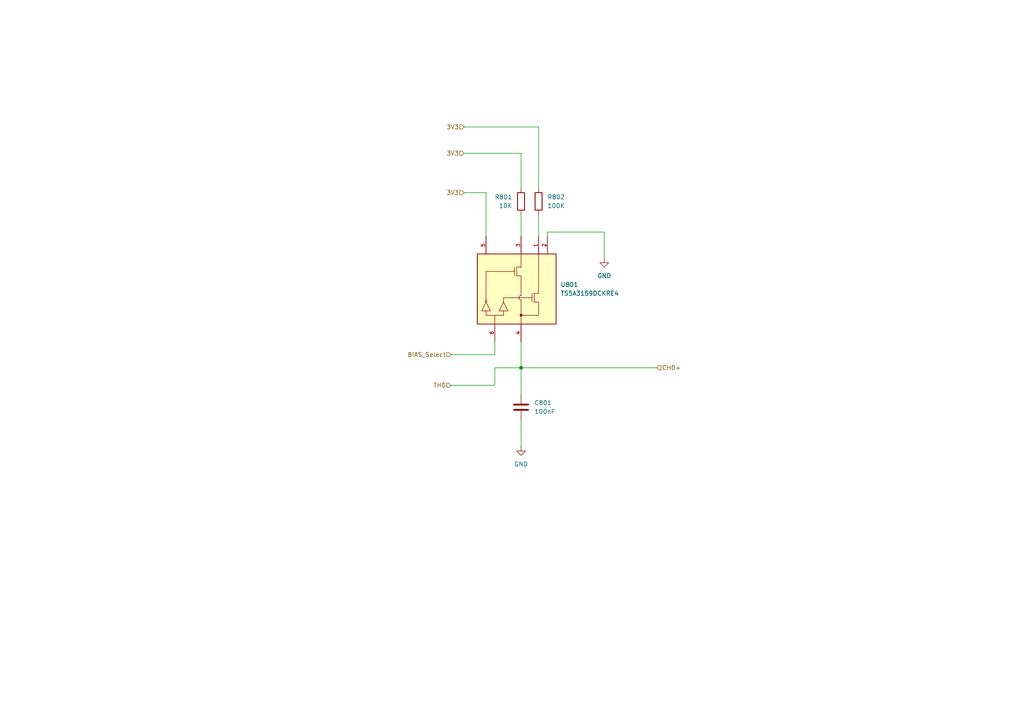
<source format=kicad_sch>
(kicad_sch (version 20250114) (generator "eeschema") (generator_version "9.0")
  (paper "A4")
  (lib_symbols
    (symbol "Device:C" (pin_numbers (hide yes)) (pin_names (offset 0.254))
      (property "Reference" "C" (at 0.635 2.54 0))
      (property "Value" "C" (at 0.635 -2.54 0))
      (symbol "C_0_1"
        (polyline (pts (xy -2.032 0.762) (xy 2.032 0.762)) (stroke (width 0.508)))
        (polyline (pts (xy -2.032 -0.762) (xy 2.032 -0.762)) (stroke (width 0.508)))
      )
      (symbol "C_1_1"
        (pin passive line (at 0 3.81 270) (length 2.794) (name "~") (number "1"))
        (pin passive line (at 0 -3.81 90) (length 2.794) (name "~") (number "2"))
      )
    )
    (symbol "Device:R" (pin_numbers (hide yes)) (pin_names (offset 0))
      (property "Reference" "R" (at 2.032 0 90))
      (property "Value" "R" (at 0 0 90))
      (symbol "R_0_1"
        (rectangle (start -1.016 -2.54) (end 1.016 2.54) (stroke (width 0.254)))
      )
      (symbol "R_1_1"
        (pin passive line (at 0 3.81 270) (length 1.27) (name "~") (number "1"))
        (pin passive line (at 0 -3.81 90) (length 1.27) (name "~") (number "2"))
      )
    )
    (symbol "TS5A3159DCKRE4:TS5A3159DCKRE4" (pin_names (offset 1.016))
      (property "Reference" "U" (at -10.16 10.922 0))
      (property "Value" "TS5A3159DCKRE4" (at -10.16 -13.462 0))
      (symbol "TS5A3159DCKRE4_0_0"
        (polyline (pts (xy -10.16 5.08) (xy -7.62 5.08)) (stroke (width 0.1524)))
        (polyline (pts (xy -10.16 -2.54) (xy -7.62 -2.54)) (stroke (width 0.1524)))
        (rectangle (start -10.16 -12.7) (end 10.16 10.16) (stroke (width 0.254)) (fill (type background)))
        (polyline (pts (xy -7.62 7.62) (xy -7.62 5.08)) (stroke (width 0.1524)))
        (polyline (pts (xy -7.62 7.62) (xy -6.35 7.62)) (stroke (width 0.1524)))
        (polyline (pts (xy -7.62 5.08) (xy -7.62 2.54)) (stroke (width 0.1524)))
        (polyline (pts (xy -7.62 2.54) (xy -6.35 2.54)) (stroke (width 0.1524)))
        (circle (center -7.62 -2.54) (radius 0.2032) (stroke (width 0.4064)))
        (polyline (pts (xy -7.62 -2.54) (xy -7.62 -7.62)) (stroke (width 0.1524)))
        (polyline (pts (xy -7.62 -2.54) (xy -3.175 -2.54)) (stroke (width 0.1524)))
        (polyline (pts (xy -7.62 -7.62) (xy -3.81 -7.62)) (stroke (width 0.1524)))
        (polyline (pts (xy -6.35 8.89) (xy -6.35 7.62)) (stroke (width 0.1524)))
        (polyline (pts (xy -6.35 7.62) (xy -6.35 6.35)) (stroke (width 0.1524)))
        (polyline (pts (xy -6.35 6.35) (xy -3.81 7.62)) (stroke (width 0.1524)))
        (polyline (pts (xy -6.35 3.81) (xy -6.35 2.54)) (stroke (width 0.1524)))
        (polyline (pts (xy -6.35 2.54) (xy -6.35 1.27)) (stroke (width 0.1524)))
        (polyline (pts (xy -6.35 1.27) (xy -3.81 2.54)) (stroke (width 0.1524)))
        (polyline (pts (xy -3.81 7.62) (xy -6.35 8.89)) (stroke (width 0.1524)))
        (polyline (pts (xy -3.81 2.54) (xy -6.35 3.81)) (stroke (width 0.1524)))
        (polyline (pts (xy -3.81 -5.715) (xy -2.54 -5.715)) (stroke (width 0.1524)))
        (polyline (pts (xy -3.81 -6.35) (xy -1.27 -6.35)) (stroke (width 0.1524)))
        (polyline (pts (xy -3.81 -7.62) (xy -3.81 -6.35)) (stroke (width 0.1524)))
        (circle (center -3.556 7.62) (radius 0.254) (stroke (width 0.1524)))
        (polyline (pts (xy -3.302 7.62) (xy 5.08 7.62)) (stroke (width 0.1524)))
        (polyline (pts (xy -2.54 2.54) (xy -3.81 2.54)) (stroke (width 0.1524)))
        (polyline (pts (xy -2.54 2.54) (xy -2.54 -1.905)) (stroke (width 0.1524)))
        (polyline (pts (xy -2.54 -1.905) (xy -2.54 -5.715)) (stroke (width 0.1524)))
        (arc (start -3.175 -2.54) (mid -2.989 -2.091) (end -2.54 -1.905) (stroke (width 0.1524)))
        (arc (start -2.54 -1.905) (mid -2.091 -2.091) (end -1.905 -2.54) (stroke (width 0.1524)))
        (polyline (pts (xy -2.54 -5.715) (xy -1.27 -5.715)) (stroke (width 0.1524)))
        (polyline (pts (xy -1.905 -2.54) (xy 3.81 -2.54)) (stroke (width 0.1524)))
        (polyline (pts (xy -1.27 -6.35) (xy -1.27 -7.62)) (stroke (width 0.1524)))
        (polyline (pts (xy 3.81 -0.635) (xy 5.08 -0.635)) (stroke (width 0.1524)))
        (polyline (pts (xy 3.81 -1.27) (xy 6.35 -1.27)) (stroke (width 0.1524)))
        (polyline (pts (xy 3.81 -2.54) (xy 3.81 -1.27)) (stroke (width 0.1524)))
        (polyline (pts (xy 5.08 7.62) (xy 5.08 -0.635)) (stroke (width 0.1524)))
        (polyline (pts (xy 5.08 -0.635) (xy 6.35 -0.635)) (stroke (width 0.1524)))
        (polyline (pts (xy 6.35 -1.27) (xy 6.35 -2.54)) (stroke (width 0.1524)))
        (polyline (pts (xy 10.16 -2.54) (xy 6.35 -2.54)) (stroke (width 0.1524)))
        (polyline (pts (xy 10.16 -7.62) (xy -1.27 -7.62)) (stroke (width 0.1524)))
        (pin input line (at -15.24 5.08 0) (length 5.08) (name "~") (number "6"))
        (pin bidirectional line (at -15.24 -2.54 0) (length 5.08) (name "~") (number "4"))
        (pin power_in line (at 15.24 7.62 180) (length 5.08) (name "~") (number "5"))
        (pin bidirectional line (at 15.24 -2.54 180) (length 5.08) (name "~") (number "3"))
        (pin bidirectional line (at 15.24 -7.62 180) (length 5.08) (name "~") (number "1"))
        (pin power_in line (at 15.24 -10.16 180) (length 5.08) (name "~") (number "2"))
      )
    )
    (symbol "power:GND" (power) (pin_numbers (hide yes)) (pin_names (offset 0) (hide yes))
      (property "Value" "GND" (at 0 -3.81 0))
      (symbol "GND_0_1"
        (polyline (pts (xy 0 0) (xy 0 -1.27) (xy 1.27 -1.27) (xy 0 -2.54) (xy -1.27 -1.27) (xy 0 -1.27)))
      )
      (symbol "GND_1_1"
        (pin power_in line (at 0 0 270) (length 0) (name "~") (number "1"))
      )
    )
  )
  (junction (at 151.13 106.68))
  (wire (pts (xy 151.13 99.06) (xy 151.13 106.68)))
  (wire (pts (xy 143.51 106.68) (xy 151.13 106.68)))
  (wire (pts (xy 158.75 68.58) (xy 158.75 67.31)))
  (wire (pts (xy 130.81 102.87) (xy 143.51 102.87)))
  (wire (pts (xy 151.13 44.45) (xy 151.13 54.61)))
  (wire (pts (xy 134.62 44.45) (xy 151.13 44.45)))
  (wire (pts (xy 156.21 36.83) (xy 156.21 54.61)))
  (wire (pts (xy 140.97 68.58) (xy 140.97 55.88)))
  (wire (pts (xy 151.13 62.23) (xy 151.13 68.58)))
  (wire (pts (xy 134.62 55.88) (xy 140.97 55.88)))
  (wire (pts (xy 143.51 106.68) (xy 143.51 111.76)))
  (wire (pts (xy 151.13 121.92) (xy 151.13 129.54)))
  (wire (pts (xy 158.75 67.31) (xy 175.26 67.31)))
  (wire (pts (xy 151.13 106.68) (xy 151.13 114.3)))
  (wire (pts (xy 151.13 106.68) (xy 190.5 106.68)))
  (wire (pts (xy 175.26 67.31) (xy 175.26 74.93)))
  (wire (pts (xy 130.81 111.76) (xy 143.51 111.76)))
  (wire (pts (xy 143.51 99.06) (xy 143.51 102.87)))
  (wire (pts (xy 134.62 36.83) (xy 156.21 36.83)))
  (wire (pts (xy 156.21 62.23) (xy 156.21 68.58)))
  (hierarchical_label "CH0+" (shape input) (at 190.5 106.68 0))
  (hierarchical_label "TH0" (shape input) (at 130.81 111.76 180))
  (hierarchical_label "3V3" (shape input) (at 134.62 55.88 180))
  (hierarchical_label "BIAS_Select" (shape input) (at 130.81 102.87 180))
  (hierarchical_label "3V3" (shape input) (at 134.62 36.83 180))
  (hierarchical_label "3V3" (shape input) (at 134.62 44.45 180))
  (symbol (lib_id "power:GND") (at 151.13 129.54 0) (unit 1)
    (property "Reference" "#PWR0801" (effects (hide yes)))
    (property "Value" "GND" (at 151.13 134.62 0))
    (property "Description" "Power symbol creates a global label with name \"GND\" , ground" (effects (hide yes)))
  )
  (symbol (lib_id "TS5A3159DCKRE4:TS5A3159DCKRE4") (at 148.59 83.82 90) (unit 1)
    (property "Reference" "U801" (at 162.56 82.5499 90) (effects (justify right)))
    (property "Value" "TS5A3159DCKRE4" (at 162.56 85.0899 90) (effects (justify right)))
    (property "Footprint" "ThermoDAQ:SOT65P210X110-6N" (effects (hide yes)))
    (property "MF" "Texas Instruments" (effects (hide yes)))
    (property "MAXIMUM_PACKAGE_HEIGHT" "1.1mm" (effects (hide yes)))
    (property "Package" "SOT-SC70-6 Texas Instruments" (effects (hide yes)))
    (property "Price" "None" (effects (hide yes)))
    (property "Check_prices" "https://www.snapeda.com/parts/TS5A3159DCKRE4/Texas+Instruments/view-part/?ref=eda" (effects (hide yes)))
    (property "STANDARD" "IPC-7351B" (effects (hide yes)))
    (property "PARTREV" "D" (effects (hide yes)))
    (property "SnapEDA_Link" "https://www.snapeda.com/parts/TS5A3159DCKRE4/Texas+Instruments/view-part/?ref=snap" (effects (hide yes)))
    (property "MP" "TS5A3159DCKRE4" (effects (hide yes)))
    (property "Description_1" "1-?, 5-V, 2:1 (SPDT), 1-channel analog switch 6-SC70 -40 to 85" (effects (hide yes)))
    (property "Availability" "In Stock" (effects (hide yes)))
    (property "MANUFACTURER" "Texas Instruments" (effects (hide yes)))
  )
  (symbol (lib_id "Device:R") (at 151.13 58.42 0) (mirror y) (unit 1)
    (property "Reference" "R801" (at 148.59 57.1499 0) (effects (justify left)))
    (property "Value" "10K" (at 148.59 59.6899 0) (effects (justify left)))
    (property "Description" "Resistor" (effects (hide yes)))
  )
  (symbol (lib_id "power:GND") (at 175.26 74.93 0) (unit 1)
    (property "Reference" "#PWR0802" (effects (hide yes)))
    (property "Value" "GND" (at 175.26 80.01 0))
    (property "Description" "Power symbol creates a global label with name \"GND\" , ground" (effects (hide yes)))
  )
  (symbol (lib_id "Device:R") (at 156.21 58.42 0) (unit 1)
    (property "Reference" "R802" (at 158.75 57.1499 0) (effects (justify left)))
    (property "Value" "100K" (at 158.75 59.6899 0) (effects (justify left)))
    (property "Description" "Resistor" (effects (hide yes)))
  )
  (symbol (lib_id "Device:C") (at 151.13 118.11 0) (unit 1)
    (property "Reference" "C801" (at 154.94 116.8399 0) (effects (justify left)))
    (property "Value" "100nF" (at 154.94 119.3799 0) (effects (justify left)))
    (property "Description" "Unpolarized capacitor" (effects (hide yes)))
  )
)
</source>
